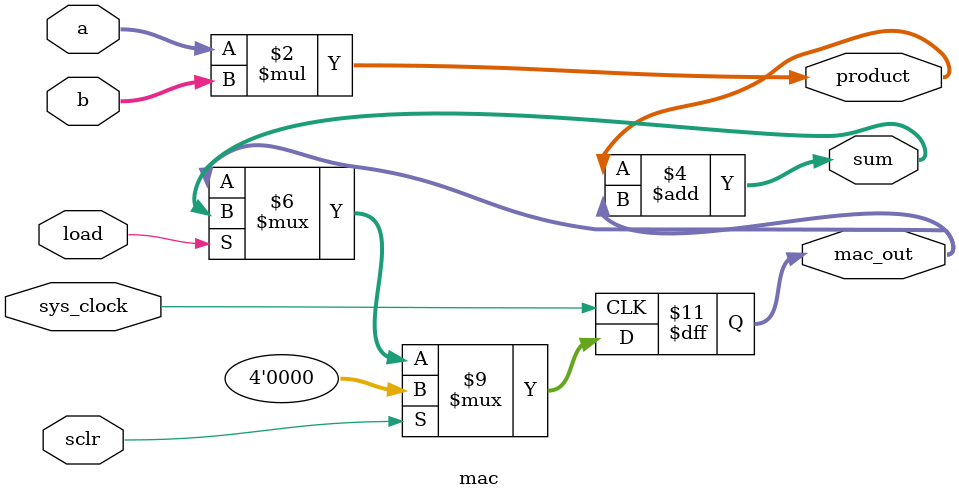
<source format=sv>
`timescale 1ns/1ps

module mac(
  input wire sys_clock, sclr, load,
  input wire[3:0] a, b,
  output reg[3:0] product, sum, mac_out);
  
  always @ (a, b) begin
    product = a * b;
  end
  
  always @ (product, mac_out) begin
    sum = product + mac_out;
  end
  
  always @ (posedge sys_clock) begin
    if(sclr) mac_out <= 'b0;
    else if(load) mac_out <= sum;
  end
endmodule
</source>
